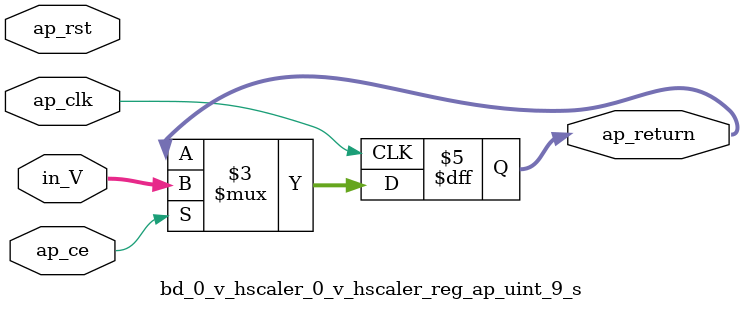
<source format=v>

`timescale 1 ns / 1 ps 

module bd_0_v_hscaler_0_v_hscaler_reg_ap_uint_9_s (
        ap_clk,
        ap_rst,
        in_V,
        ap_return,
        ap_ce
);

parameter    ap_const_logic_1 = 1'b1;
parameter    ap_const_logic_0 = 1'b0;

input   ap_clk;
input   ap_rst;
input  [8:0] in_V;
output  [8:0] ap_return;
input   ap_ce;

reg[8:0] ap_return;




always @ (posedge ap_clk) begin
    if ((ap_const_logic_1 == ap_ce)) begin
        ap_return <= in_V;
    end
end


endmodule //bd_0_v_hscaler_0_v_hscaler_reg_ap_uint_9_s


</source>
